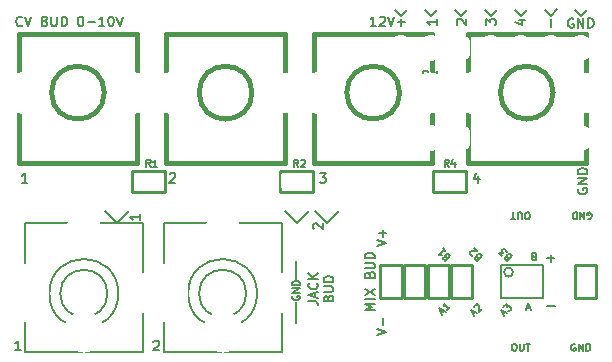
<source format=gto>
%FSLAX46Y46*%
G04 Gerber Fmt 4.6, Leading zero omitted, Abs format (unit mm)*
G04 Created by KiCad (PCBNEW (2014-09-02 BZR 5112)-product) date 2015-04-11 10:31:41 PM*
%MOMM*%
G01*
G04 APERTURE LIST*
%ADD10C,0.100000*%
%ADD11C,0.152400*%
%ADD12C,0.200000*%
%ADD13C,0.254000*%
%ADD14C,0.381000*%
%ADD15C,0.150000*%
%ADD16R,1.574800X2.286000*%
%ADD17O,1.574800X2.286000*%
%ADD18R,0.812800X1.143000*%
%ADD19R,1.143000X0.812800*%
%ADD20O,2.800000X3.500000*%
%ADD21C,1.750000*%
%ADD22R,1.300480X0.299720*%
%ADD23O,3.500000X5.000000*%
%ADD24O,2.000000X3.500000*%
%ADD25O,3.500000X3.500000*%
G04 APERTURE END LIST*
D10*
D11*
X102221695Y-49297771D02*
X102221695Y-49762228D01*
X102221695Y-49529999D02*
X101408895Y-49529999D01*
X101525010Y-49607409D01*
X101602419Y-49684818D01*
X101641124Y-49762228D01*
D12*
X115570000Y-50038000D02*
X116586000Y-49022000D01*
X115570000Y-50038000D02*
X114554000Y-49022000D01*
X118110000Y-50038000D02*
X119126000Y-49022000D01*
X118110000Y-50038000D02*
X117094000Y-49022000D01*
X100330000Y-50038000D02*
X101346000Y-49022000D01*
X100330000Y-50038000D02*
X99314000Y-49022000D01*
D11*
X103399772Y-60084305D02*
X103438477Y-60045600D01*
X103515886Y-60006895D01*
X103709410Y-60006895D01*
X103786820Y-60045600D01*
X103825524Y-60084305D01*
X103864229Y-60161714D01*
X103864229Y-60239124D01*
X103825524Y-60355238D01*
X103361067Y-60819695D01*
X103864229Y-60819695D01*
X92180229Y-60819695D02*
X91715772Y-60819695D01*
X91948001Y-60819695D02*
X91948001Y-60006895D01*
X91870591Y-60123010D01*
X91793182Y-60200419D01*
X91715772Y-60239124D01*
D12*
X115500000Y-58500000D02*
X115500000Y-56750000D01*
X115500000Y-53250000D02*
X115500000Y-54750000D01*
D11*
X115195200Y-56214457D02*
X115166171Y-56272514D01*
X115166171Y-56359600D01*
X115195200Y-56446685D01*
X115253257Y-56504743D01*
X115311314Y-56533771D01*
X115427429Y-56562800D01*
X115514514Y-56562800D01*
X115630629Y-56533771D01*
X115688686Y-56504743D01*
X115746743Y-56446685D01*
X115775771Y-56359600D01*
X115775771Y-56301543D01*
X115746743Y-56214457D01*
X115717714Y-56185428D01*
X115514514Y-56185428D01*
X115514514Y-56301543D01*
X115775771Y-55924171D02*
X115166171Y-55924171D01*
X115775771Y-55575828D01*
X115166171Y-55575828D01*
X115775771Y-55285542D02*
X115166171Y-55285542D01*
X115166171Y-55140399D01*
X115195200Y-55053314D01*
X115253257Y-54995256D01*
X115311314Y-54966228D01*
X115427429Y-54937199D01*
X115514514Y-54937199D01*
X115630629Y-54966228D01*
X115688686Y-54995256D01*
X115746743Y-55053314D01*
X115775771Y-55140399D01*
X115775771Y-55285542D01*
X116980305Y-50524228D02*
X116941600Y-50485523D01*
X116902895Y-50408114D01*
X116902895Y-50214590D01*
X116941600Y-50137180D01*
X116980305Y-50098476D01*
X117057714Y-50059771D01*
X117135124Y-50059771D01*
X117251238Y-50098476D01*
X117715695Y-50562933D01*
X117715695Y-50059771D01*
X116511735Y-56671029D02*
X117092307Y-56671029D01*
X117208421Y-56709733D01*
X117285830Y-56787143D01*
X117324535Y-56903257D01*
X117324535Y-56980667D01*
X117092307Y-56322686D02*
X117092307Y-55935638D01*
X117324535Y-56400095D02*
X116511735Y-56129162D01*
X117324535Y-55858229D01*
X117247126Y-55122838D02*
X117285830Y-55161543D01*
X117324535Y-55277657D01*
X117324535Y-55355067D01*
X117285830Y-55471181D01*
X117208421Y-55548590D01*
X117131011Y-55587295D01*
X116976192Y-55626000D01*
X116860078Y-55626000D01*
X116705259Y-55587295D01*
X116627850Y-55548590D01*
X116550440Y-55471181D01*
X116511735Y-55355067D01*
X116511735Y-55277657D01*
X116550440Y-55161543D01*
X116589145Y-55122838D01*
X117324535Y-54774495D02*
X116511735Y-54774495D01*
X117324535Y-54310038D02*
X116860078Y-54658381D01*
X116511735Y-54310038D02*
X116976192Y-54774495D01*
X118189103Y-56400095D02*
X118227808Y-56283981D01*
X118266512Y-56245276D01*
X118343922Y-56206571D01*
X118460036Y-56206571D01*
X118537446Y-56245276D01*
X118576150Y-56283981D01*
X118614855Y-56361390D01*
X118614855Y-56671028D01*
X117802055Y-56671028D01*
X117802055Y-56400095D01*
X117840760Y-56322685D01*
X117879465Y-56283981D01*
X117956874Y-56245276D01*
X118034284Y-56245276D01*
X118111693Y-56283981D01*
X118150398Y-56322685D01*
X118189103Y-56400095D01*
X118189103Y-56671028D01*
X117802055Y-55858228D02*
X118460036Y-55858228D01*
X118537446Y-55819523D01*
X118576150Y-55780819D01*
X118614855Y-55703409D01*
X118614855Y-55548590D01*
X118576150Y-55471181D01*
X118537446Y-55432476D01*
X118460036Y-55393771D01*
X117802055Y-55393771D01*
X118614855Y-55006723D02*
X117802055Y-55006723D01*
X117802055Y-54813199D01*
X117840760Y-54697085D01*
X117918170Y-54619676D01*
X117995579Y-54580971D01*
X118150398Y-54542266D01*
X118266512Y-54542266D01*
X118421331Y-54580971D01*
X118498741Y-54619676D01*
X118576150Y-54697085D01*
X118614855Y-54813199D01*
X118614855Y-55006723D01*
D12*
X139636500Y-32512000D02*
X140144500Y-32004000D01*
X139636500Y-32512000D02*
X139128500Y-32004000D01*
X137033000Y-32512000D02*
X137604500Y-31940500D01*
X137033000Y-32512000D02*
X136525000Y-32004000D01*
X134493000Y-32512000D02*
X135001000Y-32004000D01*
X134493000Y-32512000D02*
X133985000Y-32004000D01*
X131953000Y-32512000D02*
X132461000Y-32004000D01*
X131953000Y-32512000D02*
X131445000Y-32004000D01*
X129413000Y-32512000D02*
X129921000Y-32004000D01*
X129413000Y-32512000D02*
X128905000Y-32004000D01*
X126873000Y-32512000D02*
X127381000Y-32004000D01*
X126873000Y-32512000D02*
X126365000Y-32004000D01*
X124333000Y-32512000D02*
X123825000Y-32004000D01*
X124333000Y-32512000D02*
X124841000Y-32004000D01*
D11*
X122117695Y-57399695D02*
X121304895Y-57399695D01*
X121885467Y-57128762D01*
X121304895Y-56857829D01*
X122117695Y-56857829D01*
X122117695Y-56470781D02*
X121304895Y-56470781D01*
X121304895Y-56161143D02*
X122117695Y-55619276D01*
X121304895Y-55619276D02*
X122117695Y-56161143D01*
X121691943Y-54419429D02*
X121730648Y-54303315D01*
X121769352Y-54264610D01*
X121846762Y-54225905D01*
X121962876Y-54225905D01*
X122040286Y-54264610D01*
X122078990Y-54303315D01*
X122117695Y-54380724D01*
X122117695Y-54690362D01*
X121304895Y-54690362D01*
X121304895Y-54419429D01*
X121343600Y-54342019D01*
X121382305Y-54303315D01*
X121459714Y-54264610D01*
X121537124Y-54264610D01*
X121614533Y-54303315D01*
X121653238Y-54342019D01*
X121691943Y-54419429D01*
X121691943Y-54690362D01*
X121304895Y-53877562D02*
X121962876Y-53877562D01*
X122040286Y-53838857D01*
X122078990Y-53800153D01*
X122117695Y-53722743D01*
X122117695Y-53567924D01*
X122078990Y-53490515D01*
X122040286Y-53451810D01*
X121962876Y-53413105D01*
X121304895Y-53413105D01*
X122117695Y-53026057D02*
X121304895Y-53026057D01*
X121304895Y-52832533D01*
X121343600Y-52716419D01*
X121421010Y-52639010D01*
X121498419Y-52600305D01*
X121653238Y-52561600D01*
X121769352Y-52561600D01*
X121924171Y-52600305D01*
X122001581Y-52639010D01*
X122078990Y-52716419D01*
X122117695Y-52832533D01*
X122117695Y-53026057D01*
X134982857Y-57251600D02*
X135273143Y-57251600D01*
X134924800Y-57425771D02*
X135128000Y-56816171D01*
X135331200Y-57425771D01*
X135592457Y-52875543D02*
X135505371Y-52846514D01*
X135476343Y-52817486D01*
X135447314Y-52759429D01*
X135447314Y-52672343D01*
X135476343Y-52614286D01*
X135505371Y-52585257D01*
X135563429Y-52556229D01*
X135795657Y-52556229D01*
X135795657Y-53165829D01*
X135592457Y-53165829D01*
X135534400Y-53136800D01*
X135505371Y-53107771D01*
X135476343Y-53049714D01*
X135476343Y-52991657D01*
X135505371Y-52933600D01*
X135534400Y-52904571D01*
X135592457Y-52875543D01*
X135795657Y-52875543D01*
X136684657Y-57088314D02*
X137381343Y-57088314D01*
X139108543Y-60274200D02*
X139050486Y-60245171D01*
X138963400Y-60245171D01*
X138876315Y-60274200D01*
X138818257Y-60332257D01*
X138789229Y-60390314D01*
X138760200Y-60506429D01*
X138760200Y-60593514D01*
X138789229Y-60709629D01*
X138818257Y-60767686D01*
X138876315Y-60825743D01*
X138963400Y-60854771D01*
X139021457Y-60854771D01*
X139108543Y-60825743D01*
X139137572Y-60796714D01*
X139137572Y-60593514D01*
X139021457Y-60593514D01*
X139398829Y-60854771D02*
X139398829Y-60245171D01*
X139747172Y-60854771D01*
X139747172Y-60245171D01*
X140037458Y-60854771D02*
X140037458Y-60245171D01*
X140182601Y-60245171D01*
X140269686Y-60274200D01*
X140327744Y-60332257D01*
X140356772Y-60390314D01*
X140385801Y-60506429D01*
X140385801Y-60593514D01*
X140356772Y-60709629D01*
X140327744Y-60767686D01*
X140269686Y-60825743D01*
X140182601Y-60854771D01*
X140037458Y-60854771D01*
X140164457Y-49707800D02*
X140222514Y-49736829D01*
X140309600Y-49736829D01*
X140396685Y-49707800D01*
X140454743Y-49649743D01*
X140483771Y-49591686D01*
X140512800Y-49475571D01*
X140512800Y-49388486D01*
X140483771Y-49272371D01*
X140454743Y-49214314D01*
X140396685Y-49156257D01*
X140309600Y-49127229D01*
X140251543Y-49127229D01*
X140164457Y-49156257D01*
X140135428Y-49185286D01*
X140135428Y-49388486D01*
X140251543Y-49388486D01*
X139874171Y-49127229D02*
X139874171Y-49736829D01*
X139525828Y-49127229D01*
X139525828Y-49736829D01*
X139235542Y-49127229D02*
X139235542Y-49736829D01*
X139090399Y-49736829D01*
X139003314Y-49707800D01*
X138945256Y-49649743D01*
X138916228Y-49591686D01*
X138887199Y-49475571D01*
X138887199Y-49388486D01*
X138916228Y-49272371D01*
X138945256Y-49214314D01*
X139003314Y-49156257D01*
X139090399Y-49127229D01*
X139235542Y-49127229D01*
X137342638Y-53027943D02*
X136723362Y-53027943D01*
X137033000Y-52718305D02*
X137033000Y-53337581D01*
X128159683Y-52910262D02*
X128118631Y-52828157D01*
X128118631Y-52787105D01*
X128139157Y-52725526D01*
X128200736Y-52663947D01*
X128262315Y-52643421D01*
X128303367Y-52643420D01*
X128364947Y-52663948D01*
X128529157Y-52828157D01*
X128098104Y-53259210D01*
X127954420Y-53115526D01*
X127933894Y-53053947D01*
X127933894Y-53012893D01*
X127954421Y-52951315D01*
X127995473Y-52910262D01*
X128057052Y-52889736D01*
X128098105Y-52889736D01*
X128159683Y-52910262D01*
X128303367Y-53053947D01*
X127872315Y-52171316D02*
X128118631Y-52417632D01*
X127995473Y-52294474D02*
X127564420Y-52725526D01*
X127667052Y-52704999D01*
X127749158Y-52705000D01*
X127810737Y-52725526D01*
X130826683Y-52910262D02*
X130785631Y-52828157D01*
X130785631Y-52787105D01*
X130806157Y-52725526D01*
X130867736Y-52663947D01*
X130929315Y-52643421D01*
X130970367Y-52643420D01*
X131031947Y-52663948D01*
X131196157Y-52828157D01*
X130765104Y-53259210D01*
X130621420Y-53115526D01*
X130600894Y-53053947D01*
X130600894Y-53012893D01*
X130621421Y-52951315D01*
X130662473Y-52910262D01*
X130724052Y-52889736D01*
X130765105Y-52889736D01*
X130826683Y-52910262D01*
X130970367Y-53053947D01*
X130395632Y-52807631D02*
X130354579Y-52807631D01*
X130292999Y-52787105D01*
X130190368Y-52684473D01*
X130169842Y-52622894D01*
X130169842Y-52581841D01*
X130190369Y-52520263D01*
X130231421Y-52479210D01*
X130313526Y-52438157D01*
X130806157Y-52438158D01*
X130539315Y-52171316D01*
X133366683Y-52910262D02*
X133325631Y-52828157D01*
X133325631Y-52787105D01*
X133346157Y-52725526D01*
X133407736Y-52663947D01*
X133469315Y-52643421D01*
X133510367Y-52643420D01*
X133571947Y-52663948D01*
X133736157Y-52828157D01*
X133305104Y-53259210D01*
X133161420Y-53115526D01*
X133140894Y-53053947D01*
X133140894Y-53012893D01*
X133161421Y-52951315D01*
X133202473Y-52910262D01*
X133264052Y-52889736D01*
X133305105Y-52889736D01*
X133366683Y-52910262D01*
X133510367Y-53053947D01*
X132915104Y-52869210D02*
X132648263Y-52602368D01*
X132956158Y-52581842D01*
X132894579Y-52520263D01*
X132874053Y-52458684D01*
X132874052Y-52417631D01*
X132894579Y-52356053D01*
X132997210Y-52253421D01*
X133058789Y-52232895D01*
X133099842Y-52232895D01*
X133161420Y-52253421D01*
X133284578Y-52376579D01*
X133305105Y-52438158D01*
X133305104Y-52479210D01*
X135102600Y-49736829D02*
X134986486Y-49736829D01*
X134928428Y-49707800D01*
X134870371Y-49649743D01*
X134841343Y-49533629D01*
X134841343Y-49330429D01*
X134870371Y-49214314D01*
X134928428Y-49156257D01*
X134986486Y-49127229D01*
X135102600Y-49127229D01*
X135160657Y-49156257D01*
X135218714Y-49214314D01*
X135247743Y-49330429D01*
X135247743Y-49533629D01*
X135218714Y-49649743D01*
X135160657Y-49707800D01*
X135102600Y-49736829D01*
X134580085Y-49736829D02*
X134580085Y-49243343D01*
X134551057Y-49185286D01*
X134522028Y-49156257D01*
X134463971Y-49127229D01*
X134347857Y-49127229D01*
X134289799Y-49156257D01*
X134260771Y-49185286D01*
X134231742Y-49243343D01*
X134231742Y-49736829D01*
X134028542Y-49736829D02*
X133680199Y-49736829D01*
X133854370Y-49127229D02*
X133854370Y-49736829D01*
X92282762Y-33290286D02*
X92244057Y-33328990D01*
X92127943Y-33367695D01*
X92050533Y-33367695D01*
X91934419Y-33328990D01*
X91857010Y-33251581D01*
X91818305Y-33174171D01*
X91779600Y-33019352D01*
X91779600Y-32903238D01*
X91818305Y-32748419D01*
X91857010Y-32671010D01*
X91934419Y-32593600D01*
X92050533Y-32554895D01*
X92127943Y-32554895D01*
X92244057Y-32593600D01*
X92282762Y-32632305D01*
X92514991Y-32554895D02*
X92785924Y-33367695D01*
X93056857Y-32554895D01*
X94218000Y-32941943D02*
X94334114Y-32980648D01*
X94372819Y-33019352D01*
X94411524Y-33096762D01*
X94411524Y-33212876D01*
X94372819Y-33290286D01*
X94334114Y-33328990D01*
X94256705Y-33367695D01*
X93947067Y-33367695D01*
X93947067Y-32554895D01*
X94218000Y-32554895D01*
X94295410Y-32593600D01*
X94334114Y-32632305D01*
X94372819Y-32709714D01*
X94372819Y-32787124D01*
X94334114Y-32864533D01*
X94295410Y-32903238D01*
X94218000Y-32941943D01*
X93947067Y-32941943D01*
X94759867Y-32554895D02*
X94759867Y-33212876D01*
X94798572Y-33290286D01*
X94837276Y-33328990D01*
X94914686Y-33367695D01*
X95069505Y-33367695D01*
X95146914Y-33328990D01*
X95185619Y-33290286D01*
X95224324Y-33212876D01*
X95224324Y-32554895D01*
X95611372Y-33367695D02*
X95611372Y-32554895D01*
X95804896Y-32554895D01*
X95921010Y-32593600D01*
X95998419Y-32671010D01*
X96037124Y-32748419D01*
X96075829Y-32903238D01*
X96075829Y-33019352D01*
X96037124Y-33174171D01*
X95998419Y-33251581D01*
X95921010Y-33328990D01*
X95804896Y-33367695D01*
X95611372Y-33367695D01*
X97198267Y-32554895D02*
X97275676Y-32554895D01*
X97353086Y-32593600D01*
X97391791Y-32632305D01*
X97430495Y-32709714D01*
X97469200Y-32864533D01*
X97469200Y-33058057D01*
X97430495Y-33212876D01*
X97391791Y-33290286D01*
X97353086Y-33328990D01*
X97275676Y-33367695D01*
X97198267Y-33367695D01*
X97120857Y-33328990D01*
X97082153Y-33290286D01*
X97043448Y-33212876D01*
X97004743Y-33058057D01*
X97004743Y-32864533D01*
X97043448Y-32709714D01*
X97082153Y-32632305D01*
X97120857Y-32593600D01*
X97198267Y-32554895D01*
X97817543Y-33058057D02*
X98436819Y-33058057D01*
X99249619Y-33367695D02*
X98785162Y-33367695D01*
X99017391Y-33367695D02*
X99017391Y-32554895D01*
X98939981Y-32671010D01*
X98862572Y-32748419D01*
X98785162Y-32787124D01*
X99752781Y-32554895D02*
X99830190Y-32554895D01*
X99907600Y-32593600D01*
X99946305Y-32632305D01*
X99985009Y-32709714D01*
X100023714Y-32864533D01*
X100023714Y-33058057D01*
X99985009Y-33212876D01*
X99946305Y-33290286D01*
X99907600Y-33328990D01*
X99830190Y-33367695D01*
X99752781Y-33367695D01*
X99675371Y-33328990D01*
X99636667Y-33290286D01*
X99597962Y-33212876D01*
X99559257Y-33058057D01*
X99559257Y-32864533D01*
X99597962Y-32709714D01*
X99636667Y-32632305D01*
X99675371Y-32593600D01*
X99752781Y-32554895D01*
X100255943Y-32554895D02*
X100526876Y-33367695D01*
X100797809Y-32554895D01*
X127779948Y-57656736D02*
X127985211Y-57451473D01*
X127862053Y-57820946D02*
X127574685Y-57246210D01*
X128149421Y-57533578D01*
X128518894Y-57164105D02*
X128272579Y-57410420D01*
X128395737Y-57287262D02*
X127964685Y-56856210D01*
X127985211Y-56958842D01*
X127985210Y-57040947D01*
X127964685Y-57102526D01*
X130446948Y-57783736D02*
X130652211Y-57578473D01*
X130529053Y-57947946D02*
X130241685Y-57373210D01*
X130816421Y-57660578D01*
X130549580Y-57147421D02*
X130549580Y-57106368D01*
X130570105Y-57044789D01*
X130672737Y-56942157D01*
X130734316Y-56921632D01*
X130775369Y-56921632D01*
X130836948Y-56942158D01*
X130878000Y-56983211D01*
X130919053Y-57065316D01*
X130919053Y-57557946D01*
X131185894Y-57291105D01*
X132986948Y-57783736D02*
X133192211Y-57578473D01*
X133069053Y-57947946D02*
X132781685Y-57373210D01*
X133356421Y-57660578D01*
X133028000Y-57126894D02*
X133294842Y-56860052D01*
X133315369Y-57167947D01*
X133376948Y-57106368D01*
X133438527Y-57085842D01*
X133479579Y-57085842D01*
X133541158Y-57106368D01*
X133643789Y-57209000D01*
X133664316Y-57270578D01*
X133664316Y-57311631D01*
X133643789Y-57373210D01*
X133520631Y-57496368D01*
X133459053Y-57516895D01*
X133418000Y-57516894D01*
X133883400Y-60245171D02*
X133999514Y-60245171D01*
X134057572Y-60274200D01*
X134115629Y-60332257D01*
X134144657Y-60448371D01*
X134144657Y-60651571D01*
X134115629Y-60767686D01*
X134057572Y-60825743D01*
X133999514Y-60854771D01*
X133883400Y-60854771D01*
X133825343Y-60825743D01*
X133767286Y-60767686D01*
X133738257Y-60651571D01*
X133738257Y-60448371D01*
X133767286Y-60332257D01*
X133825343Y-60274200D01*
X133883400Y-60245171D01*
X134405915Y-60245171D02*
X134405915Y-60738657D01*
X134434943Y-60796714D01*
X134463972Y-60825743D01*
X134522029Y-60854771D01*
X134638143Y-60854771D01*
X134696201Y-60825743D01*
X134725229Y-60796714D01*
X134754258Y-60738657D01*
X134754258Y-60245171D01*
X134957458Y-60245171D02*
X135305801Y-60245171D01*
X135131630Y-60854771D02*
X135131630Y-60245171D01*
X122304895Y-59524095D02*
X123117695Y-59253162D01*
X122304895Y-58982229D01*
X122808057Y-58711295D02*
X122808057Y-58092019D01*
X122304895Y-52024095D02*
X123117695Y-51753162D01*
X122304895Y-51482229D01*
X122808057Y-51211295D02*
X122808057Y-50592019D01*
X123117695Y-50901657D02*
X122498419Y-50901657D01*
X138953724Y-32740600D02*
X138876315Y-32701895D01*
X138760200Y-32701895D01*
X138644086Y-32740600D01*
X138566677Y-32818010D01*
X138527972Y-32895419D01*
X138489267Y-33050238D01*
X138489267Y-33166352D01*
X138527972Y-33321171D01*
X138566677Y-33398581D01*
X138644086Y-33475990D01*
X138760200Y-33514695D01*
X138837610Y-33514695D01*
X138953724Y-33475990D01*
X138992429Y-33437286D01*
X138992429Y-33166352D01*
X138837610Y-33166352D01*
X139340772Y-33514695D02*
X139340772Y-32701895D01*
X139805229Y-33514695D01*
X139805229Y-32701895D01*
X140192277Y-33514695D02*
X140192277Y-32701895D01*
X140385801Y-32701895D01*
X140501915Y-32740600D01*
X140579324Y-32818010D01*
X140618029Y-32895419D01*
X140656734Y-33050238D01*
X140656734Y-33166352D01*
X140618029Y-33321171D01*
X140579324Y-33398581D01*
X140501915Y-33475990D01*
X140385801Y-33514695D01*
X140192277Y-33514695D01*
X130904820Y-46075829D02*
X130904820Y-46617695D01*
X130711296Y-45766190D02*
X130517772Y-46346762D01*
X131020934Y-46346762D01*
X117479067Y-45804895D02*
X117982229Y-45804895D01*
X117711296Y-46114533D01*
X117827410Y-46114533D01*
X117904820Y-46153238D01*
X117943524Y-46191943D01*
X117982229Y-46269352D01*
X117982229Y-46462876D01*
X117943524Y-46540286D01*
X117904820Y-46578990D01*
X117827410Y-46617695D01*
X117595182Y-46617695D01*
X117517772Y-46578990D01*
X117479067Y-46540286D01*
X104767772Y-45882305D02*
X104806477Y-45843600D01*
X104883886Y-45804895D01*
X105077410Y-45804895D01*
X105154820Y-45843600D01*
X105193524Y-45882305D01*
X105232229Y-45959714D01*
X105232229Y-46037124D01*
X105193524Y-46153238D01*
X104729067Y-46617695D01*
X105232229Y-46617695D01*
X92732229Y-46617695D02*
X92267772Y-46617695D01*
X92500001Y-46617695D02*
X92500001Y-45804895D01*
X92422591Y-45921010D01*
X92345182Y-45998419D01*
X92267772Y-46037124D01*
X134325829Y-32845180D02*
X134867695Y-32845180D01*
X134016190Y-33038704D02*
X134596762Y-33232228D01*
X134596762Y-32729066D01*
X131554895Y-33270933D02*
X131554895Y-32767771D01*
X131864533Y-33038704D01*
X131864533Y-32922590D01*
X131903238Y-32845180D01*
X131941943Y-32806476D01*
X132019352Y-32767771D01*
X132212876Y-32767771D01*
X132290286Y-32806476D01*
X132328990Y-32845180D01*
X132367695Y-32922590D01*
X132367695Y-33154818D01*
X132328990Y-33232228D01*
X132290286Y-33270933D01*
X129132305Y-33232228D02*
X129093600Y-33193523D01*
X129054895Y-33116114D01*
X129054895Y-32922590D01*
X129093600Y-32845180D01*
X129132305Y-32806476D01*
X129209714Y-32767771D01*
X129287124Y-32767771D01*
X129403238Y-32806476D01*
X129867695Y-33270933D01*
X129867695Y-32767771D01*
X139343600Y-47119276D02*
X139304895Y-47196685D01*
X139304895Y-47312800D01*
X139343600Y-47428914D01*
X139421010Y-47506323D01*
X139498419Y-47545028D01*
X139653238Y-47583733D01*
X139769352Y-47583733D01*
X139924171Y-47545028D01*
X140001581Y-47506323D01*
X140078990Y-47428914D01*
X140117695Y-47312800D01*
X140117695Y-47235390D01*
X140078990Y-47119276D01*
X140040286Y-47080571D01*
X139769352Y-47080571D01*
X139769352Y-47235390D01*
X140117695Y-46732228D02*
X139304895Y-46732228D01*
X140117695Y-46267771D01*
X139304895Y-46267771D01*
X140117695Y-45880723D02*
X139304895Y-45880723D01*
X139304895Y-45687199D01*
X139343600Y-45571085D01*
X139421010Y-45493676D01*
X139498419Y-45454971D01*
X139653238Y-45416266D01*
X139769352Y-45416266D01*
X139924171Y-45454971D01*
X140001581Y-45493676D01*
X140078990Y-45571085D01*
X140117695Y-45687199D01*
X140117695Y-45880723D01*
X137034814Y-33431843D02*
X137034814Y-32735157D01*
X127367695Y-32767771D02*
X127367695Y-33232228D01*
X127367695Y-32999999D02*
X126554895Y-32999999D01*
X126671010Y-33077409D01*
X126748419Y-33154818D01*
X126787124Y-33232228D01*
X122243676Y-33367695D02*
X121779219Y-33367695D01*
X122011448Y-33367695D02*
X122011448Y-32554895D01*
X121934038Y-32671010D01*
X121856629Y-32748419D01*
X121779219Y-32787124D01*
X122553314Y-32632305D02*
X122592019Y-32593600D01*
X122669428Y-32554895D01*
X122862952Y-32554895D01*
X122940362Y-32593600D01*
X122979066Y-32632305D01*
X123017771Y-32709714D01*
X123017771Y-32787124D01*
X122979066Y-32903238D01*
X122514609Y-33367695D01*
X123017771Y-33367695D01*
X123250000Y-32554895D02*
X123520933Y-33367695D01*
X123791866Y-32554895D01*
X124062800Y-33058057D02*
X124682076Y-33058057D01*
X124372438Y-33367695D02*
X124372438Y-32748419D01*
D13*
X104400000Y-45600000D02*
X101600000Y-45600000D01*
X101600000Y-45600000D02*
X101600000Y-47400000D01*
X101600000Y-47400000D02*
X104400000Y-47400000D01*
X104400000Y-47400000D02*
X104400000Y-45600000D01*
X116900000Y-45600000D02*
X114100000Y-45600000D01*
X114100000Y-45600000D02*
X114100000Y-47400000D01*
X114100000Y-47400000D02*
X116900000Y-47400000D01*
X116900000Y-47400000D02*
X116900000Y-45600000D01*
X127100000Y-47400000D02*
X129900000Y-47400000D01*
X129900000Y-47400000D02*
X129900000Y-45600000D01*
X129900000Y-45600000D02*
X127100000Y-45600000D01*
X127100000Y-45600000D02*
X127100000Y-47400000D01*
X122600000Y-53600000D02*
X122600000Y-56400000D01*
X122600000Y-56400000D02*
X124400000Y-56400000D01*
X124400000Y-56400000D02*
X124400000Y-53600000D01*
X124400000Y-53600000D02*
X122600000Y-53600000D01*
X124600000Y-53600000D02*
X124600000Y-56400000D01*
X124600000Y-56400000D02*
X126400000Y-56400000D01*
X126400000Y-56400000D02*
X126400000Y-53600000D01*
X126400000Y-53600000D02*
X124600000Y-53600000D01*
X126600000Y-53600000D02*
X126600000Y-56400000D01*
X126600000Y-56400000D02*
X128400000Y-56400000D01*
X128400000Y-56400000D02*
X128400000Y-53600000D01*
X128400000Y-53600000D02*
X126600000Y-53600000D01*
X128600000Y-53600000D02*
X128600000Y-56400000D01*
X128600000Y-56400000D02*
X130400000Y-56400000D01*
X130400000Y-56400000D02*
X130400000Y-53600000D01*
X130400000Y-53600000D02*
X128600000Y-53600000D01*
X139100000Y-53600000D02*
X139100000Y-56400000D01*
X139100000Y-56400000D02*
X140900000Y-56400000D01*
X140900000Y-56400000D02*
X140900000Y-53600000D01*
X140900000Y-53600000D02*
X139100000Y-53600000D01*
D14*
X99236068Y-39000000D02*
G75*
G03X99236068Y-39000000I-2236068J0D01*
G74*
G01*
X92000000Y-39000000D02*
X92000000Y-34000000D01*
X92000000Y-34000000D02*
X102000000Y-34000000D01*
X102000000Y-34000000D02*
X102000000Y-45000000D01*
X102000000Y-45000000D02*
X92000000Y-45000000D01*
X92000000Y-45000000D02*
X92000000Y-39000000D01*
X111736068Y-39000000D02*
G75*
G03X111736068Y-39000000I-2236068J0D01*
G74*
G01*
X104500000Y-39000000D02*
X104500000Y-34000000D01*
X104500000Y-34000000D02*
X114500000Y-34000000D01*
X114500000Y-34000000D02*
X114500000Y-45000000D01*
X114500000Y-45000000D02*
X104500000Y-45000000D01*
X104500000Y-45000000D02*
X104500000Y-39000000D01*
X124236068Y-39000000D02*
G75*
G03X124236068Y-39000000I-2236068J0D01*
G74*
G01*
X117000000Y-39000000D02*
X117000000Y-34000000D01*
X117000000Y-34000000D02*
X127000000Y-34000000D01*
X127000000Y-34000000D02*
X127000000Y-45000000D01*
X127000000Y-45000000D02*
X117000000Y-45000000D01*
X117000000Y-45000000D02*
X117000000Y-39000000D01*
X137236068Y-39000000D02*
G75*
G03X137236068Y-39000000I-2236068J0D01*
G74*
G01*
X130000000Y-39000000D02*
X130000000Y-34000000D01*
X130000000Y-34000000D02*
X140000000Y-34000000D01*
X140000000Y-34000000D02*
X140000000Y-45000000D01*
X140000000Y-45000000D02*
X130000000Y-45000000D01*
X130000000Y-45000000D02*
X130000000Y-39000000D01*
D12*
X136400000Y-53570000D02*
X136400000Y-56430000D01*
X136400000Y-56430000D02*
X132800000Y-56430000D01*
X132800000Y-56430000D02*
X132800000Y-53570000D01*
X132822000Y-53562000D02*
X136378000Y-53562000D01*
X133838000Y-54197000D02*
G75*
G03X133838000Y-54197000I-381000J0D01*
G74*
G01*
D15*
X100415476Y-56000000D02*
G75*
G03X100415476Y-56000000I-2915476J0D01*
G74*
G01*
X102500000Y-61000000D02*
X92500000Y-61000000D01*
X92500000Y-61000000D02*
X92500000Y-50000000D01*
X92500000Y-50000000D02*
X102500000Y-50000000D01*
X102500000Y-50000000D02*
X102500000Y-61000000D01*
X99500000Y-56000000D02*
G75*
G03X99500000Y-56000000I-2000000J0D01*
G74*
G01*
X112165476Y-56000000D02*
G75*
G03X112165476Y-56000000I-2915476J0D01*
G74*
G01*
X114250000Y-61000000D02*
X104250000Y-61000000D01*
X104250000Y-61000000D02*
X104250000Y-50000000D01*
X104250000Y-50000000D02*
X114250000Y-50000000D01*
X114250000Y-50000000D02*
X114250000Y-61000000D01*
X111250000Y-56000000D02*
G75*
G03X111250000Y-56000000I-2000000J0D01*
G74*
G01*
X126181905Y-38182381D02*
X126181905Y-37182381D01*
X126562858Y-37182381D01*
X126658096Y-37230000D01*
X126705715Y-37277619D01*
X126753334Y-37372857D01*
X126753334Y-37515714D01*
X126705715Y-37610952D01*
X126658096Y-37658571D01*
X126562858Y-37706190D01*
X126181905Y-37706190D01*
X127705715Y-38182381D02*
X127134286Y-38182381D01*
X127420000Y-38182381D02*
X127420000Y-37182381D01*
X127324762Y-37325238D01*
X127229524Y-37420476D01*
X127134286Y-37468095D01*
D11*
X103148401Y-45275771D02*
X102945201Y-44985486D01*
X102800058Y-45275771D02*
X102800058Y-44666171D01*
X103032286Y-44666171D01*
X103090344Y-44695200D01*
X103119372Y-44724229D01*
X103148401Y-44782286D01*
X103148401Y-44869371D01*
X103119372Y-44927429D01*
X103090344Y-44956457D01*
X103032286Y-44985486D01*
X102800058Y-44985486D01*
X103728972Y-45275771D02*
X103380629Y-45275771D01*
X103554801Y-45275771D02*
X103554801Y-44666171D01*
X103496744Y-44753257D01*
X103438686Y-44811314D01*
X103380629Y-44840343D01*
X115648401Y-45275771D02*
X115445201Y-44985486D01*
X115300058Y-45275771D02*
X115300058Y-44666171D01*
X115532286Y-44666171D01*
X115590344Y-44695200D01*
X115619372Y-44724229D01*
X115648401Y-44782286D01*
X115648401Y-44869371D01*
X115619372Y-44927429D01*
X115590344Y-44956457D01*
X115532286Y-44985486D01*
X115300058Y-44985486D01*
X115880629Y-44724229D02*
X115909658Y-44695200D01*
X115967715Y-44666171D01*
X116112858Y-44666171D01*
X116170915Y-44695200D01*
X116199944Y-44724229D01*
X116228972Y-44782286D01*
X116228972Y-44840343D01*
X116199944Y-44927429D01*
X115851601Y-45275771D01*
X116228972Y-45275771D01*
X128398401Y-45275771D02*
X128195201Y-44985486D01*
X128050058Y-45275771D02*
X128050058Y-44666171D01*
X128282286Y-44666171D01*
X128340344Y-44695200D01*
X128369372Y-44724229D01*
X128398401Y-44782286D01*
X128398401Y-44869371D01*
X128369372Y-44927429D01*
X128340344Y-44956457D01*
X128282286Y-44985486D01*
X128050058Y-44985486D01*
X128920915Y-44869371D02*
X128920915Y-45275771D01*
X128775772Y-44637143D02*
X128630629Y-45072571D01*
X129008001Y-45072571D01*
%LPC*%
D16*
X100330000Y-59690000D03*
D17*
X100330000Y-52070000D03*
X115570000Y-59690000D03*
X118110000Y-59690000D03*
X118110000Y-52070000D03*
X115570000Y-52070000D03*
D16*
X124380000Y-42810000D03*
D17*
X126920000Y-42810000D03*
X129460000Y-42810000D03*
X132000000Y-42810000D03*
X134540000Y-42810000D03*
X137080000Y-42810000D03*
X139620000Y-42810000D03*
X139620000Y-35190000D03*
X137080000Y-35190000D03*
X134540000Y-35190000D03*
X132000000Y-35190000D03*
X129460000Y-35190000D03*
X126920000Y-35190000D03*
X124380000Y-35190000D03*
D16*
X124380000Y-58810000D03*
D17*
X126920000Y-58810000D03*
X129460000Y-58810000D03*
X132000000Y-58810000D03*
X134540000Y-58810000D03*
X137080000Y-58810000D03*
X139620000Y-58810000D03*
X139620000Y-51190000D03*
X137080000Y-51190000D03*
X134540000Y-51190000D03*
X132000000Y-51190000D03*
X129460000Y-51190000D03*
X126920000Y-51190000D03*
X124380000Y-51190000D03*
D18*
X103850900Y-46500000D03*
X102149100Y-46500000D03*
X116350900Y-46500000D03*
X114649100Y-46500000D03*
X127649100Y-46500000D03*
X129350900Y-46500000D03*
D19*
X123500000Y-54149100D03*
X123500000Y-55850900D03*
X125500000Y-54149100D03*
X125500000Y-55850900D03*
X127500000Y-54149100D03*
X127500000Y-55850900D03*
X129500000Y-54149100D03*
X129500000Y-55850900D03*
X140000000Y-54149100D03*
X140000000Y-55850900D03*
D20*
X101800000Y-39000000D03*
X92200000Y-39000000D03*
D21*
X99500000Y-46500000D03*
X97000000Y-46500000D03*
X94500000Y-46500000D03*
D20*
X114300000Y-39000000D03*
X104700000Y-39000000D03*
D21*
X112000000Y-46500000D03*
X109500000Y-46500000D03*
X107000000Y-46500000D03*
D20*
X126800000Y-39000000D03*
X117200000Y-39000000D03*
D21*
X124500000Y-46500000D03*
X122000000Y-46500000D03*
X119500000Y-46500000D03*
D20*
X139800000Y-39000000D03*
X130200000Y-39000000D03*
D21*
X137500000Y-46500000D03*
X135000000Y-46500000D03*
X132500000Y-46500000D03*
D22*
X131806000Y-54044600D03*
X131806000Y-54679600D03*
X131806000Y-55340000D03*
X131806000Y-55975000D03*
X137394000Y-55975000D03*
X137394000Y-55327300D03*
X137394000Y-54679600D03*
X137394000Y-54031900D03*
D23*
X92800000Y-56000000D03*
D24*
X102200000Y-56000000D03*
D25*
X97500000Y-51100000D03*
X97500000Y-59300000D03*
D23*
X104550000Y-56000000D03*
D24*
X113950000Y-56000000D03*
D25*
X109250000Y-51100000D03*
X109250000Y-59300000D03*
M02*

</source>
